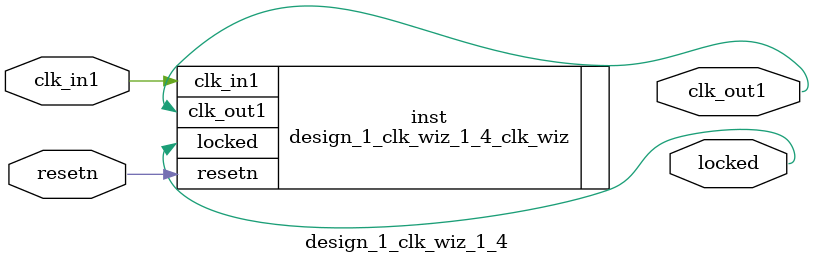
<source format=v>


`timescale 1ps/1ps

(* CORE_GENERATION_INFO = "design_1_clk_wiz_1_4,clk_wiz_v6_0_2_0_0,{component_name=design_1_clk_wiz_1_4,use_phase_alignment=true,use_min_o_jitter=false,use_max_i_jitter=false,use_dyn_phase_shift=false,use_inclk_switchover=false,use_dyn_reconfig=false,enable_axi=0,feedback_source=FDBK_AUTO,PRIMITIVE=MMCM,num_out_clk=1,clkin1_period=10.000,clkin2_period=10.000,use_power_down=false,use_reset=true,use_locked=true,use_inclk_stopped=false,feedback_type=SINGLE,CLOCK_MGR_TYPE=NA,manual_override=false}" *)

module design_1_clk_wiz_1_4 
 (
  // Clock out ports
  output        clk_out1,
  // Status and control signals
  input         resetn,
  output        locked,
 // Clock in ports
  input         clk_in1
 );

  design_1_clk_wiz_1_4_clk_wiz inst
  (
  // Clock out ports  
  .clk_out1(clk_out1),
  // Status and control signals               
  .resetn(resetn), 
  .locked(locked),
 // Clock in ports
  .clk_in1(clk_in1)
  );

endmodule

</source>
